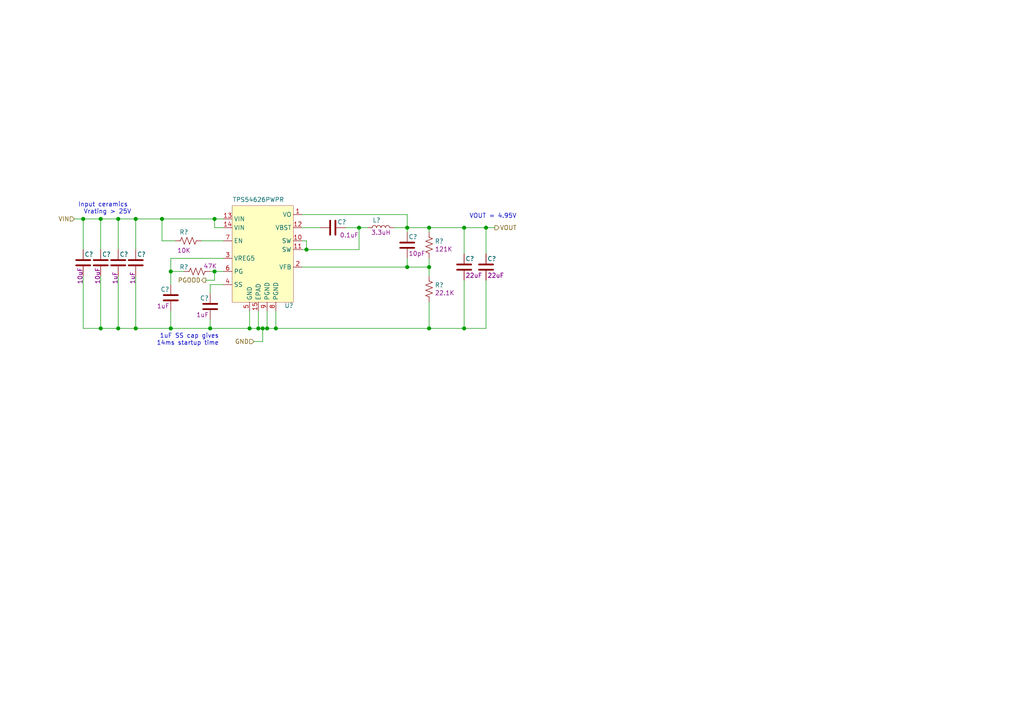
<source format=kicad_sch>
(kicad_sch (version 20210126) (generator eeschema)

  (paper "A4")

  (lib_symbols
    (symbol "mte_usb_hub:C1608X5R1E106M080AC" (pin_numbers hide) (pin_names (offset 0.254)) (in_bom yes) (on_board yes)
      (property "Reference" "C" (id 0) (at 0.635 2.54 0)
        (effects (font (size 1.27 1.27)) (justify left))
      )
      (property "Value" "C1608X5R1E106M080AC" (id 1) (at 0.635 -2.54 0)
        (effects (font (size 1.27 1.27)) (justify left) hide)
      )
      (property "Footprint" "footprints:CAPACITOR_0603N" (id 2) (at 0.9652 -3.81 0)
        (effects (font (size 1.27 1.27)) hide)
      )
      (property "Datasheet" "" (id 3) (at 0 0 0)
        (effects (font (size 1.27 1.27)) hide)
      )
      (property "id" "10uF" (id 4) (at -3.81 2.54 0)
        (effects (font (size 1.27 1.27)))
      )
      (property "ki_keywords" "10uF ±20% 25V Ceramic Capacitor X5R 0603 (1608 Metric)" (id 5) (at 0 0 0)
        (effects (font (size 1.27 1.27)) hide)
      )
      (property "ki_description" "10uF ±20% 25V Ceramic Capacitor X5R 0603 (1608 Metric)" (id 6) (at 0 0 0)
        (effects (font (size 1.27 1.27)) hide)
      )
      (property "ki_fp_filters" "C_*" (id 7) (at 0 0 0)
        (effects (font (size 1.27 1.27)) hide)
      )
      (symbol "C1608X5R1E106M080AC_0_1"
        (polyline
          (pts
            (xy -2.032 -0.762)
            (xy 2.032 -0.762)
          )
          (stroke (width 0.508)) (fill (type none))
        )
        (polyline
          (pts
            (xy -2.032 0.762)
            (xy 2.032 0.762)
          )
          (stroke (width 0.508)) (fill (type none))
        )
      )
      (symbol "C1608X5R1E106M080AC_1_1"
        (pin passive line (at 0 3.81 270) (length 2.794)
          (name "~" (effects (font (size 1.27 1.27))))
          (number "1" (effects (font (size 1.27 1.27))))
        )
        (pin passive line (at 0 -3.81 90) (length 2.794)
          (name "~" (effects (font (size 1.27 1.27))))
          (number "2" (effects (font (size 1.27 1.27))))
        )
      )
    )
    (symbol "mte_usb_hub:CC0402FRNPO9BN100" (pin_numbers hide) (pin_names (offset 0.254)) (in_bom yes) (on_board yes)
      (property "Reference" "C" (id 0) (at 0.635 2.54 0)
        (effects (font (size 1.27 1.27)) (justify left))
      )
      (property "Value" "CC0402FRNPO9BN100" (id 1) (at 0.635 -2.54 0)
        (effects (font (size 1.27 1.27)) (justify left) hide)
      )
      (property "Footprint" "footprints:CAPACITOR_0402N" (id 2) (at 0.9652 -3.81 0)
        (effects (font (size 1.27 1.27)) hide)
      )
      (property "Datasheet" "${MTE_LIB_DIR}/datasheets/UPY-GP_NP0_16V-to-50V_18.pdf" (id 3) (at 0 0 0)
        (effects (font (size 1.27 1.27)) hide)
      )
      (property "id" "10pF" (id 4) (at -3.81 2.54 0)
        (effects (font (size 1.27 1.27)))
      )
      (property "ki_keywords" "10pF ±1% 50V Ceramic Capacitor C0G, NP0 0402 (1005 Metric)" (id 5) (at 0 0 0)
        (effects (font (size 1.27 1.27)) hide)
      )
      (property "ki_description" "10pF ±1% 50V Ceramic Capacitor C0G, NP0 0402 (1005 Metric)" (id 6) (at 0 0 0)
        (effects (font (size 1.27 1.27)) hide)
      )
      (symbol "CC0402FRNPO9BN100_0_1"
        (polyline
          (pts
            (xy -2.032 -0.762)
            (xy 2.032 -0.762)
          )
          (stroke (width 0.508)) (fill (type none))
        )
        (polyline
          (pts
            (xy -2.032 0.762)
            (xy 2.032 0.762)
          )
          (stroke (width 0.508)) (fill (type none))
        )
      )
      (symbol "CC0402FRNPO9BN100_1_1"
        (pin passive line (at 0 3.81 270) (length 2.794)
          (name "~" (effects (font (size 1.27 1.27))))
          (number "1" (effects (font (size 1.27 1.27))))
        )
        (pin passive line (at 0 -3.81 90) (length 2.794)
          (name "~" (effects (font (size 1.27 1.27))))
          (number "2" (effects (font (size 1.27 1.27))))
        )
      )
    )
    (symbol "mte_usb_hub:CC0402KRX5R7BB104" (pin_numbers hide) (pin_names (offset 0.254)) (in_bom yes) (on_board yes)
      (property "Reference" "C" (id 0) (at 0.635 2.54 0)
        (effects (font (size 1.27 1.27)) (justify left))
      )
      (property "Value" "CC0402KRX5R7BB104" (id 1) (at 0.635 -2.54 0)
        (effects (font (size 1.27 1.27)) (justify left) hide)
      )
      (property "Footprint" "footprints:CAPACITOR_0402N" (id 2) (at 0.9652 -3.81 0)
        (effects (font (size 1.27 1.27)) hide)
      )
      (property "Datasheet" "${MTE_LIB_DIR}/datasheets/UPY-GP_NP0_16V-to-50V_18.pdf" (id 3) (at 0 0 0)
        (effects (font (size 1.27 1.27)) hide)
      )
      (property "id" "0.1uF" (id 4) (at -3.81 2.54 0)
        (effects (font (size 1.27 1.27)))
      )
      (property "ki_keywords" "0.1uF ±10% 16V Ceramic Capacitor X5R 0402 (1005 Metric)" (id 5) (at 0 0 0)
        (effects (font (size 1.27 1.27)) hide)
      )
      (property "ki_description" "0.1uF ±10% 16V Ceramic Capacitor X5R 0402 (1005 Metric)" (id 6) (at 0 0 0)
        (effects (font (size 1.27 1.27)) hide)
      )
      (symbol "CC0402KRX5R7BB104_0_1"
        (polyline
          (pts
            (xy -2.032 -0.762)
            (xy 2.032 -0.762)
          )
          (stroke (width 0.508)) (fill (type none))
        )
        (polyline
          (pts
            (xy -2.032 0.762)
            (xy 2.032 0.762)
          )
          (stroke (width 0.508)) (fill (type none))
        )
      )
      (symbol "CC0402KRX5R7BB104_1_1"
        (pin passive line (at 0 3.81 270) (length 2.794)
          (name "~" (effects (font (size 1.27 1.27))))
          (number "1" (effects (font (size 1.27 1.27))))
        )
        (pin passive line (at 0 -3.81 90) (length 2.794)
          (name "~" (effects (font (size 1.27 1.27))))
          (number "2" (effects (font (size 1.27 1.27))))
        )
      )
    )
    (symbol "mte_usb_hub:CC0402KRX5R7BB105" (pin_numbers hide) (pin_names (offset 0.254)) (in_bom yes) (on_board yes)
      (property "Reference" "C" (id 0) (at 0.635 2.54 0)
        (effects (font (size 1.27 1.27)) (justify left))
      )
      (property "Value" "CC0402KRX5R7BB105" (id 1) (at 0.635 -2.54 0)
        (effects (font (size 1.27 1.27)) (justify left) hide)
      )
      (property "Footprint" "footprints:CAPACITOR_0402N" (id 2) (at 0.9652 -3.81 0)
        (effects (font (size 1.27 1.27)) hide)
      )
      (property "Datasheet" "${MTE_LIB_DIR}/datasheets/UPY-GP_NP0_16V-to-50V_18.pdf" (id 3) (at 0 0 0)
        (effects (font (size 1.27 1.27)) hide)
      )
      (property "id" "1uF" (id 4) (at -3.81 2.54 0)
        (effects (font (size 1.27 1.27)))
      )
      (property "ki_keywords" "1uF ±10% 16V Ceramic Capacitor X5R 0402 (1005 Metric)" (id 5) (at 0 0 0)
        (effects (font (size 1.27 1.27)) hide)
      )
      (property "ki_description" "1uF ±10% 16V Ceramic Capacitor X5R 0402 (1005 Metric)" (id 6) (at 0 0 0)
        (effects (font (size 1.27 1.27)) hide)
      )
      (symbol "CC0402KRX5R7BB105_0_1"
        (polyline
          (pts
            (xy -2.032 -0.762)
            (xy 2.032 -0.762)
          )
          (stroke (width 0.508)) (fill (type none))
        )
        (polyline
          (pts
            (xy -2.032 0.762)
            (xy 2.032 0.762)
          )
          (stroke (width 0.508)) (fill (type none))
        )
      )
      (symbol "CC0402KRX5R7BB105_1_1"
        (pin passive line (at 0 3.81 270) (length 2.794)
          (name "~" (effects (font (size 1.27 1.27))))
          (number "1" (effects (font (size 1.27 1.27))))
        )
        (pin passive line (at 0 -3.81 90) (length 2.794)
          (name "~" (effects (font (size 1.27 1.27))))
          (number "2" (effects (font (size 1.27 1.27))))
        )
      )
    )
    (symbol "mte_usb_hub:CC0603KRX5R9BB105" (pin_numbers hide) (pin_names (offset 0.254)) (in_bom yes) (on_board yes)
      (property "Reference" "C" (id 0) (at 0.635 2.54 0)
        (effects (font (size 1.27 1.27)) (justify left))
      )
      (property "Value" "CC0603KRX5R9BB105" (id 1) (at 0.635 -2.54 0)
        (effects (font (size 1.27 1.27)) (justify left) hide)
      )
      (property "Footprint" "footprints:CAPACITOR_0603N" (id 2) (at 0.9652 -3.81 0)
        (effects (font (size 1.27 1.27)) hide)
      )
      (property "Datasheet" "${MTE_LIB_DIR}/datasheets/UPY-GPHC_X5R_4V-to-50V_26.pdf" (id 3) (at 0 0 0)
        (effects (font (size 1.27 1.27)) hide)
      )
      (property "id" "1uF" (id 4) (at -3.81 2.54 0)
        (effects (font (size 1.27 1.27)))
      )
      (property "ki_keywords" "1uF ±10% 50V Ceramic Capacitor X5R 0603 (1608 Metric)" (id 5) (at 0 0 0)
        (effects (font (size 1.27 1.27)) hide)
      )
      (property "ki_description" "1uF ±10% 50V Ceramic Capacitor X5R 0603 (1608 Metric)" (id 6) (at 0 0 0)
        (effects (font (size 1.27 1.27)) hide)
      )
      (property "ki_fp_filters" "C_*" (id 7) (at 0 0 0)
        (effects (font (size 1.27 1.27)) hide)
      )
      (symbol "CC0603KRX5R9BB105_0_1"
        (polyline
          (pts
            (xy -2.032 -0.762)
            (xy 2.032 -0.762)
          )
          (stroke (width 0.508)) (fill (type none))
        )
        (polyline
          (pts
            (xy -2.032 0.762)
            (xy 2.032 0.762)
          )
          (stroke (width 0.508)) (fill (type none))
        )
      )
      (symbol "CC0603KRX5R9BB105_1_1"
        (pin passive line (at 0 3.81 270) (length 2.794)
          (name "~" (effects (font (size 1.27 1.27))))
          (number "1" (effects (font (size 1.27 1.27))))
        )
        (pin passive line (at 0 -3.81 90) (length 2.794)
          (name "~" (effects (font (size 1.27 1.27))))
          (number "2" (effects (font (size 1.27 1.27))))
        )
      )
    )
    (symbol "mte_usb_hub:CL21A226MOCLRNC" (pin_numbers hide) (pin_names (offset 0.254)) (in_bom yes) (on_board yes)
      (property "Reference" "C" (id 0) (at 0.635 2.54 0)
        (effects (font (size 1.27 1.27)) (justify left))
      )
      (property "Value" "CL21A226MOCLRNC" (id 1) (at 0.635 -2.54 0)
        (effects (font (size 1.27 1.27)) (justify left) hide)
      )
      (property "Footprint" "footprints:CAPACITOR_0805N" (id 2) (at 0.9652 -3.81 0)
        (effects (font (size 1.27 1.27)) hide)
      )
      (property "Datasheet" "${MTE_LIB_DIR}/datasheets/CL21A226MOCLRNC_Spec.pdf" (id 3) (at 0 0 0)
        (effects (font (size 1.27 1.27)) hide)
      )
      (property "id" "22uF" (id 4) (at -3.81 2.54 0)
        (effects (font (size 1.27 1.27)))
      )
      (property "ki_keywords" "22uF ±20% 16V Ceramic Capacitor X5R 0805 (2012 Metric)" (id 5) (at 0 0 0)
        (effects (font (size 1.27 1.27)) hide)
      )
      (property "ki_description" "22uF ±20% 16V Ceramic Capacitor X5R 0805 (2012 Metric)" (id 6) (at 0 0 0)
        (effects (font (size 1.27 1.27)) hide)
      )
      (symbol "CL21A226MOCLRNC_0_1"
        (polyline
          (pts
            (xy -2.032 -0.762)
            (xy 2.032 -0.762)
          )
          (stroke (width 0.508)) (fill (type none))
        )
        (polyline
          (pts
            (xy -2.032 0.762)
            (xy 2.032 0.762)
          )
          (stroke (width 0.508)) (fill (type none))
        )
      )
      (symbol "CL21A226MOCLRNC_1_1"
        (pin passive line (at 0 3.81 270) (length 2.794)
          (name "~" (effects (font (size 1.27 1.27))))
          (number "1" (effects (font (size 1.27 1.27))))
        )
        (pin passive line (at 0 -3.81 90) (length 2.794)
          (name "~" (effects (font (size 1.27 1.27))))
          (number "2" (effects (font (size 1.27 1.27))))
        )
      )
    )
    (symbol "mte_usb_hub:PA5007.332NLT" (pin_numbers hide) (pin_names (offset 1.016) hide) (in_bom yes) (on_board yes)
      (property "Reference" "L" (id 0) (at -1.27 -1.27 90)
        (effects (font (size 1.27 1.27)))
      )
      (property "Value" "PA5007.332NLT" (id 1) (at 1.905 0 90)
        (effects (font (size 1.27 1.27)) hide)
      )
      (property "Footprint" "" (id 2) (at 0 0 0)
        (effects (font (size 1.27 1.27)) hide)
      )
      (property "Datasheet" "" (id 3) (at 0 0 0)
        (effects (font (size 1.27 1.27)) hide)
      )
      (property "id" "3.3uH" (id 4) (at 2.54 0 90)
        (effects (font (size 1.27 1.27)))
      )
      (property "manf" "Pulse Electronics Power" (id 5) (at 0 0 0)
        (effects (font (size 1.27 1.27)) hide)
      )
      (property "ki_keywords" "FIXED IND 3.3uH 10A 18MOHM SMD" (id 6) (at 0 0 0)
        (effects (font (size 1.27 1.27)) hide)
      )
      (property "ki_description" "FIXED IND 3.3uH 10A 18MOHM SMD" (id 7) (at 0 0 0)
        (effects (font (size 1.27 1.27)) hide)
      )
      (symbol "PA5007.332NLT_0_1"
        (arc (start 0 -2.54) (end 0 -1.27) (radius (at 0 -1.905) (length 0.635) (angles -89.9 89.9))
          (stroke (width 0)) (fill (type none))
        )
        (arc (start 0 -1.27) (end 0 0) (radius (at 0 -0.635) (length 0.635) (angles -89.9 89.9))
          (stroke (width 0)) (fill (type none))
        )
        (arc (start 0 0) (end 0 1.27) (radius (at 0 0.635) (length 0.635) (angles -89.9 89.9))
          (stroke (width 0)) (fill (type none))
        )
        (arc (start 0 1.27) (end 0 2.54) (radius (at 0 1.905) (length 0.635) (angles -89.9 89.9))
          (stroke (width 0)) (fill (type none))
        )
      )
      (symbol "PA5007.332NLT_1_1"
        (pin passive line (at 0 3.81 270) (length 1.27)
          (name "1" (effects (font (size 1.27 1.27))))
          (number "1" (effects (font (size 1.27 1.27))))
        )
        (pin passive line (at 0 -3.81 90) (length 1.27)
          (name "2" (effects (font (size 1.27 1.27))))
          (number "2" (effects (font (size 1.27 1.27))))
        )
      )
    )
    (symbol "mte_usb_hub:RC0402FR-07121KL" (pin_numbers hide) (pin_names (offset 0)) (in_bom yes) (on_board yes)
      (property "Reference" "R" (id 0) (at 2.54 0 90)
        (effects (font (size 1.27 1.27)))
      )
      (property "Value" "RC0402FR-07121KL" (id 1) (at -2.54 0 90)
        (effects (font (size 1.27 1.27)) hide)
      )
      (property "Footprint" "footprints:RESISTOR_0402N" (id 2) (at 1.016 -0.254 90)
        (effects (font (size 1.27 1.27)) hide)
      )
      (property "Datasheet" "" (id 3) (at 0 0 0)
        (effects (font (size 1.27 1.27)) hide)
      )
      (property "id" "121K" (id 4) (at -2.54 0 90)
        (effects (font (size 1.27 1.27)))
      )
      (property "manf" "Yageo" (id 5) (at 0 0 0)
        (effects (font (size 1.27 1.27)) hide)
      )
      (property "ki_keywords" "121kOhms ±5% 0.063W, 1/16W Chip Resistor 0402 (1005 Metric) Moisture Resistant Thick Film" (id 6) (at 0 0 0)
        (effects (font (size 1.27 1.27)) hide)
      )
      (property "ki_description" "121kOhms ±5% 0.063W, 1/16W Chip Resistor 0402 (1005 Metric) Moisture Resistant Thick Film" (id 7) (at 0 0 0)
        (effects (font (size 1.27 1.27)) hide)
      )
      (property "ki_fp_filters" "R_*" (id 8) (at 0 0 0)
        (effects (font (size 1.27 1.27)) hide)
      )
      (symbol "RC0402FR-07121KL_0_1"
        (polyline
          (pts
            (xy 0 -2.286)
            (xy 0 -2.54)
          )
          (stroke (width 0)) (fill (type none))
        )
        (polyline
          (pts
            (xy 0 2.286)
            (xy 0 2.54)
          )
          (stroke (width 0)) (fill (type none))
        )
        (polyline
          (pts
            (xy 0 -0.762)
            (xy 1.016 -1.143)
            (xy 0 -1.524)
            (xy -1.016 -1.905)
            (xy 0 -2.286)
          )
          (stroke (width 0)) (fill (type none))
        )
        (polyline
          (pts
            (xy 0 0.762)
            (xy 1.016 0.381)
            (xy 0 0)
            (xy -1.016 -0.381)
            (xy 0 -0.762)
          )
          (stroke (width 0)) (fill (type none))
        )
        (polyline
          (pts
            (xy 0 2.286)
            (xy 1.016 1.905)
            (xy 0 1.524)
            (xy -1.016 1.143)
            (xy 0 0.762)
          )
          (stroke (width 0)) (fill (type none))
        )
      )
      (symbol "RC0402FR-07121KL_1_1"
        (pin passive line (at 0 3.81 270) (length 1.27)
          (name "~" (effects (font (size 1.27 1.27))))
          (number "1" (effects (font (size 1.27 1.27))))
        )
        (pin passive line (at 0 -3.81 90) (length 1.27)
          (name "~" (effects (font (size 1.27 1.27))))
          (number "2" (effects (font (size 1.27 1.27))))
        )
      )
    )
    (symbol "mte_usb_hub:RC0402FR-0722K1L" (pin_numbers hide) (pin_names (offset 0)) (in_bom yes) (on_board yes)
      (property "Reference" "R" (id 0) (at 2.54 0 90)
        (effects (font (size 1.27 1.27)))
      )
      (property "Value" "RC0402FR-0722K1L" (id 1) (at -2.54 0 90)
        (effects (font (size 1.27 1.27)) hide)
      )
      (property "Footprint" "footprints:RESISTOR_0402N" (id 2) (at 1.016 -0.254 90)
        (effects (font (size 1.27 1.27)) hide)
      )
      (property "Datasheet" "" (id 3) (at 0 0 0)
        (effects (font (size 1.27 1.27)) hide)
      )
      (property "id" "22.1K" (id 4) (at -2.54 0 90)
        (effects (font (size 1.27 1.27)))
      )
      (property "manf" "Yageo" (id 5) (at 0 0 0)
        (effects (font (size 1.27 1.27)) hide)
      )
      (property "ki_keywords" "22.1kOhms ±5% 0.063W, 1/16W Chip Resistor 0402 (1005 Metric) Moisture Resistant Thick Film" (id 6) (at 0 0 0)
        (effects (font (size 1.27 1.27)) hide)
      )
      (property "ki_description" "22.1kOhms ±5% 0.063W, 1/16W Chip Resistor 0402 (1005 Metric) Moisture Resistant Thick Film" (id 7) (at 0 0 0)
        (effects (font (size 1.27 1.27)) hide)
      )
      (property "ki_fp_filters" "R_*" (id 8) (at 0 0 0)
        (effects (font (size 1.27 1.27)) hide)
      )
      (symbol "RC0402FR-0722K1L_0_1"
        (polyline
          (pts
            (xy 0 -2.286)
            (xy 0 -2.54)
          )
          (stroke (width 0)) (fill (type none))
        )
        (polyline
          (pts
            (xy 0 2.286)
            (xy 0 2.54)
          )
          (stroke (width 0)) (fill (type none))
        )
        (polyline
          (pts
            (xy 0 -0.762)
            (xy 1.016 -1.143)
            (xy 0 -1.524)
            (xy -1.016 -1.905)
            (xy 0 -2.286)
          )
          (stroke (width 0)) (fill (type none))
        )
        (polyline
          (pts
            (xy 0 0.762)
            (xy 1.016 0.381)
            (xy 0 0)
            (xy -1.016 -0.381)
            (xy 0 -0.762)
          )
          (stroke (width 0)) (fill (type none))
        )
        (polyline
          (pts
            (xy 0 2.286)
            (xy 1.016 1.905)
            (xy 0 1.524)
            (xy -1.016 1.143)
            (xy 0 0.762)
          )
          (stroke (width 0)) (fill (type none))
        )
      )
      (symbol "RC0402FR-0722K1L_1_1"
        (pin passive line (at 0 3.81 270) (length 1.27)
          (name "~" (effects (font (size 1.27 1.27))))
          (number "1" (effects (font (size 1.27 1.27))))
        )
        (pin passive line (at 0 -3.81 90) (length 1.27)
          (name "~" (effects (font (size 1.27 1.27))))
          (number "2" (effects (font (size 1.27 1.27))))
        )
      )
    )
    (symbol "mte_usb_hub:RC0402JR-0710KL" (pin_numbers hide) (pin_names (offset 0)) (in_bom yes) (on_board yes)
      (property "Reference" "R" (id 0) (at 2.54 0 90)
        (effects (font (size 1.27 1.27)))
      )
      (property "Value" "RC0402JR-0710KL" (id 1) (at -2.54 0 90)
        (effects (font (size 1.27 1.27)) hide)
      )
      (property "Footprint" "footprints:RESISTOR_0402N" (id 2) (at 1.016 -0.254 90)
        (effects (font (size 1.27 1.27)) hide)
      )
      (property "Datasheet" "${MTE_LIB_DIR}/datasheets/PYu-RC_Group_51_RoHS_L_11.pdf" (id 3) (at 0 0 0)
        (effects (font (size 1.27 1.27)) hide)
      )
      (property "id" "10K" (id 4) (at -2.54 0 90)
        (effects (font (size 1.27 1.27)))
      )
      (property "manf" "Yageo" (id 5) (at 0 0 0)
        (effects (font (size 1.27 1.27)) hide)
      )
      (property "ki_keywords" "10kOhms ±5% 0.063W, 1/16W Chip Resistor 0402 (1005 Metric) Moisture Resistant Thick Film" (id 6) (at 0 0 0)
        (effects (font (size 1.27 1.27)) hide)
      )
      (property "ki_description" "10kOhms ±5% 0.063W, 1/16W Chip Resistor 0402 (1005 Metric) Moisture Resistant Thick Film" (id 7) (at 0 0 0)
        (effects (font (size 1.27 1.27)) hide)
      )
      (property "ki_fp_filters" "R_*" (id 8) (at 0 0 0)
        (effects (font (size 1.27 1.27)) hide)
      )
      (symbol "RC0402JR-0710KL_0_1"
        (polyline
          (pts
            (xy 0 -2.286)
            (xy 0 -2.54)
          )
          (stroke (width 0)) (fill (type none))
        )
        (polyline
          (pts
            (xy 0 2.286)
            (xy 0 2.54)
          )
          (stroke (width 0)) (fill (type none))
        )
        (polyline
          (pts
            (xy 0 -0.762)
            (xy 1.016 -1.143)
            (xy 0 -1.524)
            (xy -1.016 -1.905)
            (xy 0 -2.286)
          )
          (stroke (width 0)) (fill (type none))
        )
        (polyline
          (pts
            (xy 0 0.762)
            (xy 1.016 0.381)
            (xy 0 0)
            (xy -1.016 -0.381)
            (xy 0 -0.762)
          )
          (stroke (width 0)) (fill (type none))
        )
        (polyline
          (pts
            (xy 0 2.286)
            (xy 1.016 1.905)
            (xy 0 1.524)
            (xy -1.016 1.143)
            (xy 0 0.762)
          )
          (stroke (width 0)) (fill (type none))
        )
      )
      (symbol "RC0402JR-0710KL_1_1"
        (pin passive line (at 0 3.81 270) (length 1.27)
          (name "~" (effects (font (size 1.27 1.27))))
          (number "1" (effects (font (size 1.27 1.27))))
        )
        (pin passive line (at 0 -3.81 90) (length 1.27)
          (name "~" (effects (font (size 1.27 1.27))))
          (number "2" (effects (font (size 1.27 1.27))))
        )
      )
    )
    (symbol "mte_usb_hub:RC0402JR-0747KL" (pin_numbers hide) (pin_names (offset 0)) (in_bom yes) (on_board yes)
      (property "Reference" "R" (id 0) (at 2.54 0 90)
        (effects (font (size 1.27 1.27)))
      )
      (property "Value" "RC0402JR-0747KL" (id 1) (at -2.54 0 90)
        (effects (font (size 1.27 1.27)) hide)
      )
      (property "Footprint" "footprints:RESISTOR_0402N" (id 2) (at 1.016 -0.254 90)
        (effects (font (size 1.27 1.27)) hide)
      )
      (property "Datasheet" "${MTE_LIB_DIR}/datasheets/PYu-RC_Group_51_RoHS_L_11.pdf" (id 3) (at 0 0 0)
        (effects (font (size 1.27 1.27)) hide)
      )
      (property "id" "47K" (id 4) (at -2.54 0 90)
        (effects (font (size 1.27 1.27)))
      )
      (property "manf" "Yageo" (id 5) (at 0 0 0)
        (effects (font (size 1.27 1.27)) hide)
      )
      (property "ki_keywords" "47kOhms ±5% 0.063W, 1/16W Chip Resistor 0402 (1005 Metric) Moisture Resistant Thick Film" (id 6) (at 0 0 0)
        (effects (font (size 1.27 1.27)) hide)
      )
      (property "ki_description" "47kOhms ±5% 0.063W, 1/16W Chip Resistor 0402 (1005 Metric) Moisture Resistant Thick Film" (id 7) (at 0 0 0)
        (effects (font (size 1.27 1.27)) hide)
      )
      (symbol "RC0402JR-0747KL_0_1"
        (polyline
          (pts
            (xy 0 -2.286)
            (xy 0 -2.54)
          )
          (stroke (width 0)) (fill (type none))
        )
        (polyline
          (pts
            (xy 0 2.286)
            (xy 0 2.54)
          )
          (stroke (width 0)) (fill (type none))
        )
        (polyline
          (pts
            (xy 0 -0.762)
            (xy 1.016 -1.143)
            (xy 0 -1.524)
            (xy -1.016 -1.905)
            (xy 0 -2.286)
          )
          (stroke (width 0)) (fill (type none))
        )
        (polyline
          (pts
            (xy 0 0.762)
            (xy 1.016 0.381)
            (xy 0 0)
            (xy -1.016 -0.381)
            (xy 0 -0.762)
          )
          (stroke (width 0)) (fill (type none))
        )
        (polyline
          (pts
            (xy 0 2.286)
            (xy 1.016 1.905)
            (xy 0 1.524)
            (xy -1.016 1.143)
            (xy 0 0.762)
          )
          (stroke (width 0)) (fill (type none))
        )
      )
      (symbol "RC0402JR-0747KL_1_1"
        (pin passive line (at 0 3.81 270) (length 1.27)
          (name "~" (effects (font (size 1.27 1.27))))
          (number "1" (effects (font (size 1.27 1.27))))
        )
        (pin passive line (at 0 -3.81 90) (length 1.27)
          (name "~" (effects (font (size 1.27 1.27))))
          (number "2" (effects (font (size 1.27 1.27))))
        )
      )
    )
    (symbol "mte_usb_hub:TPS54626PWPR" (in_bom yes) (on_board yes)
      (property "Reference" "U" (id 0) (at -1.27 0 0)
        (effects (font (size 1.27 1.27)))
      )
      (property "Value" "TPS54626PWPR" (id 1) (at 0 0 0)
        (effects (font (size 1.27 1.27)))
      )
      (property "Footprint" "" (id 2) (at -1.27 0 0)
        (effects (font (size 1.27 1.27)) hide)
      )
      (property "Datasheet" "" (id 3) (at -1.27 0 0)
        (effects (font (size 1.27 1.27)) hide)
      )
      (symbol "TPS54626PWPR_0_1"
        (rectangle (start -8.89 12.7) (end 8.89 -15.24)
          (stroke (width 0.001)) (fill (type background))
        )
      )
      (symbol "TPS54626PWPR_1_1"
        (pin passive line (at 11.43 10.16 180) (length 2.54)
          (name "VO" (effects (font (size 1.27 1.27))))
          (number "1" (effects (font (size 1.27 1.27))))
        )
        (pin input line (at 11.43 -5.08 180) (length 2.54)
          (name "VFB" (effects (font (size 1.27 1.27))))
          (number "2" (effects (font (size 1.27 1.27))))
        )
        (pin power_out line (at -11.43 -2.54 0) (length 2.54)
          (name "VREG5" (effects (font (size 1.27 1.27))))
          (number "3" (effects (font (size 1.27 1.27))))
        )
        (pin input line (at -11.43 -10.16 0) (length 2.54)
          (name "SS" (effects (font (size 1.27 1.27))))
          (number "4" (effects (font (size 1.27 1.27))))
        )
        (pin power_in line (at -3.81 -17.78 90) (length 2.54)
          (name "GND" (effects (font (size 1.27 1.27))))
          (number "5" (effects (font (size 1.27 1.27))))
        )
        (pin output line (at -11.43 -6.35 0) (length 2.54)
          (name "PG" (effects (font (size 1.27 1.27))))
          (number "6" (effects (font (size 1.27 1.27))))
        )
        (pin input line (at -11.43 2.54 0) (length 2.54)
          (name "EN" (effects (font (size 1.27 1.27))))
          (number "7" (effects (font (size 1.27 1.27))))
        )
        (pin power_in line (at 3.81 -17.78 90) (length 2.54)
          (name "PGND" (effects (font (size 1.27 1.27))))
          (number "8" (effects (font (size 1.27 1.27))))
        )
        (pin power_in line (at 1.27 -17.78 90) (length 2.54)
          (name "PGND" (effects (font (size 1.27 1.27))))
          (number "9" (effects (font (size 1.27 1.27))))
        )
        (pin power_out line (at 11.43 2.54 180) (length 2.54)
          (name "SW" (effects (font (size 1.27 1.27))))
          (number "10" (effects (font (size 1.27 1.27))))
        )
        (pin passive line (at 11.43 0 180) (length 2.54)
          (name "SW" (effects (font (size 1.27 1.27))))
          (number "11" (effects (font (size 1.27 1.27))))
        )
        (pin input line (at 11.43 6.35 180) (length 2.54)
          (name "VBST" (effects (font (size 1.27 1.27))))
          (number "12" (effects (font (size 1.27 1.27))))
        )
        (pin power_in line (at -11.43 8.89 0) (length 2.54)
          (name "VIN" (effects (font (size 1.27 1.27))))
          (number "13" (effects (font (size 1.27 1.27))))
        )
        (pin power_in line (at -11.43 6.35 0) (length 2.54)
          (name "VIN" (effects (font (size 1.27 1.27))))
          (number "14" (effects (font (size 1.27 1.27))))
        )
        (pin power_in line (at -1.27 -17.78 90) (length 2.54)
          (name "EPAD" (effects (font (size 1.27 1.27))))
          (number "15" (effects (font (size 1.27 1.27))))
        )
      )
    )
  )

  (junction (at 24.13 63.5) (diameter 1.016) (color 0 0 0 0))
  (junction (at 29.21 63.5) (diameter 1.016) (color 0 0 0 0))
  (junction (at 29.21 95.25) (diameter 1.016) (color 0 0 0 0))
  (junction (at 34.29 63.5) (diameter 1.016) (color 0 0 0 0))
  (junction (at 34.29 95.25) (diameter 1.016) (color 0 0 0 0))
  (junction (at 39.37 63.5) (diameter 1.016) (color 0 0 0 0))
  (junction (at 39.37 95.25) (diameter 1.016) (color 0 0 0 0))
  (junction (at 46.99 63.5) (diameter 1.016) (color 0 0 0 0))
  (junction (at 49.53 78.74) (diameter 1.016) (color 0 0 0 0))
  (junction (at 49.53 95.25) (diameter 1.016) (color 0 0 0 0))
  (junction (at 60.96 95.25) (diameter 1.016) (color 0 0 0 0))
  (junction (at 62.23 63.5) (diameter 1.016) (color 0 0 0 0))
  (junction (at 62.23 78.74) (diameter 1.016) (color 0 0 0 0))
  (junction (at 72.39 95.25) (diameter 1.016) (color 0 0 0 0))
  (junction (at 74.93 95.25) (diameter 1.016) (color 0 0 0 0))
  (junction (at 76.2 95.25) (diameter 1.016) (color 0 0 0 0))
  (junction (at 77.47 95.25) (diameter 1.016) (color 0 0 0 0))
  (junction (at 80.01 95.25) (diameter 1.016) (color 0 0 0 0))
  (junction (at 88.9 72.39) (diameter 1.016) (color 0 0 0 0))
  (junction (at 104.14 66.04) (diameter 1.016) (color 0 0 0 0))
  (junction (at 118.11 66.04) (diameter 1.016) (color 0 0 0 0))
  (junction (at 118.11 77.47) (diameter 1.016) (color 0 0 0 0))
  (junction (at 124.46 66.04) (diameter 1.016) (color 0 0 0 0))
  (junction (at 124.46 77.47) (diameter 1.016) (color 0 0 0 0))
  (junction (at 124.46 95.25) (diameter 1.016) (color 0 0 0 0))
  (junction (at 134.62 66.04) (diameter 1.016) (color 0 0 0 0))
  (junction (at 134.62 95.25) (diameter 1.016) (color 0 0 0 0))
  (junction (at 140.97 66.04) (diameter 1.016) (color 0 0 0 0))

  (wire (pts (xy 21.59 63.5) (xy 24.13 63.5))
    (stroke (width 0) (type solid) (color 0 0 0 0))
    (uuid bf8d54d5-27a0-41d4-bdce-47c5a3f49396)
  )
  (wire (pts (xy 24.13 63.5) (xy 29.21 63.5))
    (stroke (width 0) (type solid) (color 0 0 0 0))
    (uuid 9a90185b-4aa3-4e72-a1ab-c988a875b85c)
  )
  (wire (pts (xy 24.13 72.39) (xy 24.13 63.5))
    (stroke (width 0) (type solid) (color 0 0 0 0))
    (uuid 84148c26-5077-4886-bf28-12b3af72401b)
  )
  (wire (pts (xy 24.13 80.01) (xy 24.13 95.25))
    (stroke (width 0) (type solid) (color 0 0 0 0))
    (uuid 7e982cd1-7e16-4e6b-9b98-d7e1de94e2cb)
  )
  (wire (pts (xy 24.13 95.25) (xy 29.21 95.25))
    (stroke (width 0) (type solid) (color 0 0 0 0))
    (uuid 30b49152-7bd2-4a23-b0f2-2b9d8739a0a9)
  )
  (wire (pts (xy 29.21 63.5) (xy 34.29 63.5))
    (stroke (width 0) (type solid) (color 0 0 0 0))
    (uuid 4664407b-8ea8-462c-97b2-bf35c170cdc3)
  )
  (wire (pts (xy 29.21 72.39) (xy 29.21 63.5))
    (stroke (width 0) (type solid) (color 0 0 0 0))
    (uuid ac855fcd-3933-4b27-93ed-7deac5064442)
  )
  (wire (pts (xy 29.21 80.01) (xy 29.21 95.25))
    (stroke (width 0) (type solid) (color 0 0 0 0))
    (uuid 71e50371-2875-4c2d-b5a5-dd0cefae7614)
  )
  (wire (pts (xy 29.21 95.25) (xy 34.29 95.25))
    (stroke (width 0) (type solid) (color 0 0 0 0))
    (uuid 71e50371-2875-4c2d-b5a5-dd0cefae7614)
  )
  (wire (pts (xy 34.29 63.5) (xy 34.29 72.39))
    (stroke (width 0) (type solid) (color 0 0 0 0))
    (uuid 728a8fae-d6ae-43af-82e1-5b6d1b4e9c79)
  )
  (wire (pts (xy 34.29 63.5) (xy 39.37 63.5))
    (stroke (width 0) (type solid) (color 0 0 0 0))
    (uuid 4664407b-8ea8-462c-97b2-bf35c170cdc3)
  )
  (wire (pts (xy 34.29 80.01) (xy 34.29 95.25))
    (stroke (width 0) (type solid) (color 0 0 0 0))
    (uuid b06a5b67-544e-4adf-942d-fa6e4745d8de)
  )
  (wire (pts (xy 34.29 95.25) (xy 39.37 95.25))
    (stroke (width 0) (type solid) (color 0 0 0 0))
    (uuid 71e50371-2875-4c2d-b5a5-dd0cefae7614)
  )
  (wire (pts (xy 39.37 63.5) (xy 39.37 72.39))
    (stroke (width 0) (type solid) (color 0 0 0 0))
    (uuid bed50f01-babe-4e54-afbb-321ba1301516)
  )
  (wire (pts (xy 39.37 63.5) (xy 46.99 63.5))
    (stroke (width 0) (type solid) (color 0 0 0 0))
    (uuid b3dd71f3-e667-4a31-98d2-51d5dcb82534)
  )
  (wire (pts (xy 39.37 80.01) (xy 39.37 95.25))
    (stroke (width 0) (type solid) (color 0 0 0 0))
    (uuid edc2a936-407c-4ee3-acb3-e8171742480c)
  )
  (wire (pts (xy 39.37 95.25) (xy 49.53 95.25))
    (stroke (width 0) (type solid) (color 0 0 0 0))
    (uuid 7562d027-75c6-4f11-8c8c-56d539b448fc)
  )
  (wire (pts (xy 46.99 63.5) (xy 46.99 69.85))
    (stroke (width 0) (type solid) (color 0 0 0 0))
    (uuid d0d0cadc-17e2-4593-b68e-34c4d540e5ba)
  )
  (wire (pts (xy 46.99 63.5) (xy 62.23 63.5))
    (stroke (width 0) (type solid) (color 0 0 0 0))
    (uuid 4664407b-8ea8-462c-97b2-bf35c170cdc3)
  )
  (wire (pts (xy 49.53 74.93) (xy 64.77 74.93))
    (stroke (width 0) (type solid) (color 0 0 0 0))
    (uuid a2f35be7-3323-4d19-a90f-15996c2b0fc7)
  )
  (wire (pts (xy 49.53 78.74) (xy 49.53 74.93))
    (stroke (width 0) (type solid) (color 0 0 0 0))
    (uuid a2f35be7-3323-4d19-a90f-15996c2b0fc7)
  )
  (wire (pts (xy 49.53 78.74) (xy 53.34 78.74))
    (stroke (width 0) (type solid) (color 0 0 0 0))
    (uuid 82774a69-5b5d-4088-bc70-5d0a4276fad7)
  )
  (wire (pts (xy 49.53 82.55) (xy 49.53 78.74))
    (stroke (width 0) (type solid) (color 0 0 0 0))
    (uuid a2f35be7-3323-4d19-a90f-15996c2b0fc7)
  )
  (wire (pts (xy 49.53 95.25) (xy 49.53 90.17))
    (stroke (width 0) (type solid) (color 0 0 0 0))
    (uuid fe038bdf-9287-49ef-b775-cd7edbfbc8c2)
  )
  (wire (pts (xy 49.53 95.25) (xy 60.96 95.25))
    (stroke (width 0) (type solid) (color 0 0 0 0))
    (uuid fe038bdf-9287-49ef-b775-cd7edbfbc8c2)
  )
  (wire (pts (xy 50.8 69.85) (xy 46.99 69.85))
    (stroke (width 0) (type solid) (color 0 0 0 0))
    (uuid d0d0cadc-17e2-4593-b68e-34c4d540e5ba)
  )
  (wire (pts (xy 58.42 69.85) (xy 64.77 69.85))
    (stroke (width 0) (type solid) (color 0 0 0 0))
    (uuid 4d3362de-53b1-46ca-a4b7-bc5100ab08f1)
  )
  (wire (pts (xy 59.69 81.28) (xy 62.23 81.28))
    (stroke (width 0) (type solid) (color 0 0 0 0))
    (uuid b7702122-e690-4203-8737-981a0d072040)
  )
  (wire (pts (xy 60.96 78.74) (xy 62.23 78.74))
    (stroke (width 0) (type solid) (color 0 0 0 0))
    (uuid 9f26f8a9-b338-4f12-a7e9-8f7329afbb5f)
  )
  (wire (pts (xy 60.96 82.55) (xy 64.77 82.55))
    (stroke (width 0) (type solid) (color 0 0 0 0))
    (uuid 1da27314-3875-4633-9669-91d458904a1a)
  )
  (wire (pts (xy 60.96 85.09) (xy 60.96 82.55))
    (stroke (width 0) (type solid) (color 0 0 0 0))
    (uuid 1da27314-3875-4633-9669-91d458904a1a)
  )
  (wire (pts (xy 60.96 92.71) (xy 60.96 95.25))
    (stroke (width 0) (type solid) (color 0 0 0 0))
    (uuid e75f8278-c8e0-4d02-8e4e-a230a775d40e)
  )
  (wire (pts (xy 60.96 95.25) (xy 72.39 95.25))
    (stroke (width 0) (type solid) (color 0 0 0 0))
    (uuid fe038bdf-9287-49ef-b775-cd7edbfbc8c2)
  )
  (wire (pts (xy 62.23 63.5) (xy 64.77 63.5))
    (stroke (width 0) (type solid) (color 0 0 0 0))
    (uuid 6bb8bd56-6197-4786-bb79-2e840af57c6c)
  )
  (wire (pts (xy 62.23 66.04) (xy 62.23 63.5))
    (stroke (width 0) (type solid) (color 0 0 0 0))
    (uuid 6bb8bd56-6197-4786-bb79-2e840af57c6c)
  )
  (wire (pts (xy 62.23 78.74) (xy 64.77 78.74))
    (stroke (width 0) (type solid) (color 0 0 0 0))
    (uuid 9f26f8a9-b338-4f12-a7e9-8f7329afbb5f)
  )
  (wire (pts (xy 62.23 81.28) (xy 62.23 78.74))
    (stroke (width 0) (type solid) (color 0 0 0 0))
    (uuid b7702122-e690-4203-8737-981a0d072040)
  )
  (wire (pts (xy 64.77 66.04) (xy 62.23 66.04))
    (stroke (width 0) (type solid) (color 0 0 0 0))
    (uuid 6bb8bd56-6197-4786-bb79-2e840af57c6c)
  )
  (wire (pts (xy 72.39 90.17) (xy 72.39 95.25))
    (stroke (width 0) (type solid) (color 0 0 0 0))
    (uuid 15747720-b85f-418f-8c31-21a8c4358a64)
  )
  (wire (pts (xy 72.39 95.25) (xy 74.93 95.25))
    (stroke (width 0) (type solid) (color 0 0 0 0))
    (uuid fe038bdf-9287-49ef-b775-cd7edbfbc8c2)
  )
  (wire (pts (xy 73.66 99.06) (xy 76.2 99.06))
    (stroke (width 0) (type solid) (color 0 0 0 0))
    (uuid 2e58fde0-859a-4c65-a44a-8c88c708c626)
  )
  (wire (pts (xy 74.93 90.17) (xy 74.93 95.25))
    (stroke (width 0) (type solid) (color 0 0 0 0))
    (uuid 6eabe503-3d03-440d-aa24-60f4433de62c)
  )
  (wire (pts (xy 74.93 95.25) (xy 76.2 95.25))
    (stroke (width 0) (type solid) (color 0 0 0 0))
    (uuid fe038bdf-9287-49ef-b775-cd7edbfbc8c2)
  )
  (wire (pts (xy 76.2 95.25) (xy 76.2 99.06))
    (stroke (width 0) (type solid) (color 0 0 0 0))
    (uuid a0c47acf-30a5-43c3-b246-56a05ca69e0e)
  )
  (wire (pts (xy 76.2 95.25) (xy 77.47 95.25))
    (stroke (width 0) (type solid) (color 0 0 0 0))
    (uuid fe038bdf-9287-49ef-b775-cd7edbfbc8c2)
  )
  (wire (pts (xy 77.47 90.17) (xy 77.47 95.25))
    (stroke (width 0) (type solid) (color 0 0 0 0))
    (uuid e52780dd-2f0e-44ea-ad99-150b38ae1ba1)
  )
  (wire (pts (xy 80.01 90.17) (xy 80.01 95.25))
    (stroke (width 0) (type solid) (color 0 0 0 0))
    (uuid bcf49262-779e-4881-980c-b2e2542e0fc2)
  )
  (wire (pts (xy 80.01 95.25) (xy 77.47 95.25))
    (stroke (width 0) (type solid) (color 0 0 0 0))
    (uuid a8f50bee-d8fe-4ccb-93a3-2af0fba27892)
  )
  (wire (pts (xy 87.63 62.23) (xy 118.11 62.23))
    (stroke (width 0) (type solid) (color 0 0 0 0))
    (uuid 41e00add-c0ef-4549-82a5-9f94c82df906)
  )
  (wire (pts (xy 87.63 66.04) (xy 92.71 66.04))
    (stroke (width 0) (type solid) (color 0 0 0 0))
    (uuid 596594e0-09c7-4688-8c77-4e06a5ff884b)
  )
  (wire (pts (xy 87.63 69.85) (xy 88.9 69.85))
    (stroke (width 0) (type solid) (color 0 0 0 0))
    (uuid 4ca83df3-fc5b-4afb-bb9c-5dc2c2e9608c)
  )
  (wire (pts (xy 87.63 72.39) (xy 88.9 72.39))
    (stroke (width 0) (type solid) (color 0 0 0 0))
    (uuid 91545fef-db86-452b-ae03-62521db68674)
  )
  (wire (pts (xy 87.63 77.47) (xy 118.11 77.47))
    (stroke (width 0) (type solid) (color 0 0 0 0))
    (uuid 3bed75b8-d084-4683-a3fd-427077da3692)
  )
  (wire (pts (xy 88.9 69.85) (xy 88.9 72.39))
    (stroke (width 0) (type solid) (color 0 0 0 0))
    (uuid 4ca83df3-fc5b-4afb-bb9c-5dc2c2e9608c)
  )
  (wire (pts (xy 88.9 72.39) (xy 104.14 72.39))
    (stroke (width 0) (type solid) (color 0 0 0 0))
    (uuid 91545fef-db86-452b-ae03-62521db68674)
  )
  (wire (pts (xy 104.14 66.04) (xy 100.33 66.04))
    (stroke (width 0) (type solid) (color 0 0 0 0))
    (uuid fe8eb995-ec6f-4a10-ace4-05e697d1580a)
  )
  (wire (pts (xy 104.14 66.04) (xy 104.14 72.39))
    (stroke (width 0) (type solid) (color 0 0 0 0))
    (uuid 91545fef-db86-452b-ae03-62521db68674)
  )
  (wire (pts (xy 104.14 66.04) (xy 106.68 66.04))
    (stroke (width 0) (type solid) (color 0 0 0 0))
    (uuid b8a7ab91-a588-447e-bb6c-7cb262aedb33)
  )
  (wire (pts (xy 118.11 62.23) (xy 118.11 66.04))
    (stroke (width 0) (type solid) (color 0 0 0 0))
    (uuid 41e00add-c0ef-4549-82a5-9f94c82df906)
  )
  (wire (pts (xy 118.11 66.04) (xy 114.3 66.04))
    (stroke (width 0) (type solid) (color 0 0 0 0))
    (uuid 196c7b67-e17e-4996-8bbe-6f9c31fcef09)
  )
  (wire (pts (xy 118.11 67.31) (xy 118.11 66.04))
    (stroke (width 0) (type solid) (color 0 0 0 0))
    (uuid 196c7b67-e17e-4996-8bbe-6f9c31fcef09)
  )
  (wire (pts (xy 118.11 74.93) (xy 118.11 77.47))
    (stroke (width 0) (type solid) (color 0 0 0 0))
    (uuid c09be1e2-7401-42f9-9350-1ab99e1ce235)
  )
  (wire (pts (xy 118.11 77.47) (xy 124.46 77.47))
    (stroke (width 0) (type solid) (color 0 0 0 0))
    (uuid 3bed75b8-d084-4683-a3fd-427077da3692)
  )
  (wire (pts (xy 124.46 66.04) (xy 118.11 66.04))
    (stroke (width 0) (type solid) (color 0 0 0 0))
    (uuid 2938f939-1b47-4252-af2b-a64e67611a04)
  )
  (wire (pts (xy 124.46 67.31) (xy 124.46 66.04))
    (stroke (width 0) (type solid) (color 0 0 0 0))
    (uuid 2938f939-1b47-4252-af2b-a64e67611a04)
  )
  (wire (pts (xy 124.46 74.93) (xy 124.46 77.47))
    (stroke (width 0) (type solid) (color 0 0 0 0))
    (uuid 6df9662b-f187-42f5-a368-d47ff49ea0ec)
  )
  (wire (pts (xy 124.46 77.47) (xy 124.46 80.01))
    (stroke (width 0) (type solid) (color 0 0 0 0))
    (uuid d6577a29-f1f8-49cf-95d0-2389eef1f9e1)
  )
  (wire (pts (xy 124.46 87.63) (xy 124.46 95.25))
    (stroke (width 0) (type solid) (color 0 0 0 0))
    (uuid 945dd077-bc70-4177-983e-03a47254a18d)
  )
  (wire (pts (xy 124.46 95.25) (xy 80.01 95.25))
    (stroke (width 0) (type solid) (color 0 0 0 0))
    (uuid 945dd077-bc70-4177-983e-03a47254a18d)
  )
  (wire (pts (xy 134.62 66.04) (xy 124.46 66.04))
    (stroke (width 0) (type solid) (color 0 0 0 0))
    (uuid 19ba3997-df4b-4d1e-b491-c193484a1210)
  )
  (wire (pts (xy 134.62 73.66) (xy 134.62 66.04))
    (stroke (width 0) (type solid) (color 0 0 0 0))
    (uuid 19ba3997-df4b-4d1e-b491-c193484a1210)
  )
  (wire (pts (xy 134.62 81.28) (xy 134.62 95.25))
    (stroke (width 0) (type solid) (color 0 0 0 0))
    (uuid 67dbd9d1-d524-4f30-bc54-a4aa305eb482)
  )
  (wire (pts (xy 134.62 95.25) (xy 124.46 95.25))
    (stroke (width 0) (type solid) (color 0 0 0 0))
    (uuid 67dbd9d1-d524-4f30-bc54-a4aa305eb482)
  )
  (wire (pts (xy 140.97 66.04) (xy 134.62 66.04))
    (stroke (width 0) (type solid) (color 0 0 0 0))
    (uuid 8b43187b-3ad5-4c1d-ab1b-cc65f95d71a7)
  )
  (wire (pts (xy 140.97 66.04) (xy 143.51 66.04))
    (stroke (width 0) (type solid) (color 0 0 0 0))
    (uuid 24fcbed3-ec3f-466d-b6ac-887db3ceb9c4)
  )
  (wire (pts (xy 140.97 73.66) (xy 140.97 66.04))
    (stroke (width 0) (type solid) (color 0 0 0 0))
    (uuid 8b43187b-3ad5-4c1d-ab1b-cc65f95d71a7)
  )
  (wire (pts (xy 140.97 81.28) (xy 140.97 95.25))
    (stroke (width 0) (type solid) (color 0 0 0 0))
    (uuid 8ce241bc-b5bc-47b8-8267-42366b08f31e)
  )
  (wire (pts (xy 140.97 95.25) (xy 134.62 95.25))
    (stroke (width 0) (type solid) (color 0 0 0 0))
    (uuid 8ce241bc-b5bc-47b8-8267-42366b08f31e)
  )

  (text "Input ceramics \nVrating > 25V" (at 38.1 62.23 180)
    (effects (font (size 1.27 1.27)) (justify right bottom))
    (uuid 9f7974ee-9065-4b20-9e51-593a0397c4ec)
  )
  (text "1uF SS cap gives\n14ms startup time" (at 63.5 100.33 180)
    (effects (font (size 1.27 1.27)) (justify right bottom))
    (uuid 8cd335ba-7207-4f0b-83bd-5ee9dc64dc52)
  )
  (text "VOUT = 4.95V" (at 149.86 63.5 180)
    (effects (font (size 1.27 1.27)) (justify right bottom))
    (uuid a84f3bad-3c1f-4408-aaa3-bd014e611de0)
  )

  (hierarchical_label "VIN" (shape input) (at 21.59 63.5 180)
    (effects (font (size 1.27 1.27)) (justify right))
    (uuid e586ca52-3c26-4ec1-8afb-ab6b4f7bc3d6)
  )
  (hierarchical_label "PGOOD" (shape output) (at 59.69 81.28 180)
    (effects (font (size 1.27 1.27)) (justify right))
    (uuid ded0adfd-171b-4a20-a2fd-b507caf04f59)
  )
  (hierarchical_label "GND" (shape input) (at 73.66 99.06 180)
    (effects (font (size 1.27 1.27)) (justify right))
    (uuid 2f135fd9-14bb-4fc3-a6ff-9d9c1e6fdf4a)
  )
  (hierarchical_label "VOUT" (shape output) (at 143.51 66.04 0)
    (effects (font (size 1.27 1.27)) (justify left))
    (uuid f1958eb7-9055-4a7e-913d-309e781df724)
  )

  (symbol (lib_id "mte_usb_hub:PA5007.332NLT") (at 110.49 66.04 90)
    (in_bom yes) (on_board yes)
    (uuid b0393077-75ac-4e84-9e55-8d8992b7e3ab)
    (property "Reference" "L?" (id 0) (at 109.22 63.8618 90))
    (property "Value" "PA5007.332NLT" (id 1) (at 110.49 64.135 90)
      (effects (font (size 1.27 1.27)) hide)
    )
    (property "Footprint" "" (id 2) (at 110.49 66.04 0)
      (effects (font (size 1.27 1.27)) hide)
    )
    (property "Datasheet" "" (id 3) (at 110.49 66.04 0)
      (effects (font (size 1.27 1.27)) hide)
    )
    (property "id" "3.3uH" (id 4) (at 110.49 67.4305 90))
    (property "manf" "Pulse Electronics Power" (id 5) (at 110.49 66.04 0)
      (effects (font (size 1.27 1.27)) hide)
    )
    (pin "1" (uuid 7ae63025-d171-414c-81b3-d70dba124209))
    (pin "2" (uuid fbb14bfc-6f27-4e6d-a34a-0729c9a0a1a0))
  )

  (symbol (lib_id "mte_usb_hub:RC0402JR-0710KL") (at 54.61 69.85 270)
    (in_bom yes) (on_board yes)
    (uuid cd002cce-a4e9-47a9-99fd-814d833f0bc1)
    (property "Reference" "R?" (id 0) (at 53.34 67.3292 90))
    (property "Value" "RC0402JR-0710KL" (id 1) (at 54.61 67.31 90)
      (effects (font (size 1.27 1.27)) hide)
    )
    (property "Footprint" "footprints:RESISTOR_0402N" (id 2) (at 54.356 70.866 90)
      (effects (font (size 1.27 1.27)) hide)
    )
    (property "Datasheet" "${MTE_LIB_DIR}/datasheets/PYu-RC_Group_51_RoHS_L_11.pdf" (id 3) (at 54.61 69.85 0)
      (effects (font (size 1.27 1.27)) hide)
    )
    (property "id" "10K" (id 4) (at 53.34 72.6505 90))
    (property "manf" "Yageo" (id 5) (at 54.61 69.85 0)
      (effects (font (size 1.27 1.27)) hide)
    )
    (pin "1" (uuid 4f91c93b-4426-4f2e-ad7d-7b2043e85eb5))
    (pin "2" (uuid c5c3029c-5ce2-48a9-858a-076019e035e6))
  )

  (symbol (lib_id "mte_usb_hub:RC0402JR-0747KL") (at 57.15 78.74 90)
    (in_bom yes) (on_board yes)
    (uuid e1bf185a-7051-4da8-b1c5-4800af63e522)
    (property "Reference" "R?" (id 0) (at 53.34 77.4508 90))
    (property "Value" "RC0402JR-0747KL" (id 1) (at 57.15 81.28 90)
      (effects (font (size 1.27 1.27)) hide)
    )
    (property "Footprint" "footprints:RESISTOR_0402N" (id 2) (at 57.404 77.724 90)
      (effects (font (size 1.27 1.27)) hide)
    )
    (property "Datasheet" "${MTE_LIB_DIR}/datasheets/PYu-RC_Group_51_RoHS_L_11.pdf" (id 3) (at 57.15 78.74 0)
      (effects (font (size 1.27 1.27)) hide)
    )
    (property "id" "47K" (id 4) (at 60.96 77.2095 90))
    (property "manf" "Yageo" (id 5) (at 57.15 78.74 0)
      (effects (font (size 1.27 1.27)) hide)
    )
    (pin "1" (uuid 92771edd-3787-479f-b035-7af22584756b))
    (pin "2" (uuid 42f126c7-d0b9-406d-938b-43a6bb5cc008))
  )

  (symbol (lib_id "mte_usb_hub:RC0402FR-07121KL") (at 124.46 71.12 0)
    (in_bom yes) (on_board yes)
    (uuid 6fdeb5b9-2ab9-4c1f-a7f5-f626bc58fb9b)
    (property "Reference" "R?" (id 0) (at 126.1111 69.9706 0)
      (effects (font (size 1.27 1.27)) (justify left))
    )
    (property "Value" "RC0402FR-07121KL" (id 1) (at 121.92 71.12 90)
      (effects (font (size 1.27 1.27)) hide)
    )
    (property "Footprint" "footprints:RESISTOR_0402N" (id 2) (at 125.476 71.374 90)
      (effects (font (size 1.27 1.27)) hide)
    )
    (property "Datasheet" "" (id 3) (at 124.46 71.12 0)
      (effects (font (size 1.27 1.27)) hide)
    )
    (property "id" "121K" (id 4) (at 126.1111 72.2693 0)
      (effects (font (size 1.27 1.27)) (justify left))
    )
    (property "manf" "Yageo" (id 5) (at 124.46 71.12 0)
      (effects (font (size 1.27 1.27)) hide)
    )
    (pin "1" (uuid b70acf6b-2d3c-4797-a85a-a2469290bc6b))
    (pin "2" (uuid 8218dca8-bae7-421e-942d-2978b6080670))
  )

  (symbol (lib_id "mte_usb_hub:RC0402FR-0722K1L") (at 124.46 83.82 0)
    (in_bom yes) (on_board yes)
    (uuid 033a8b45-53bb-40b9-838e-0e325f9b419b)
    (property "Reference" "R?" (id 0) (at 126.1111 82.6706 0)
      (effects (font (size 1.27 1.27)) (justify left))
    )
    (property "Value" "RC0402FR-0722K1L" (id 1) (at 121.92 83.82 90)
      (effects (font (size 1.27 1.27)) hide)
    )
    (property "Footprint" "footprints:RESISTOR_0402N" (id 2) (at 125.476 84.074 90)
      (effects (font (size 1.27 1.27)) hide)
    )
    (property "Datasheet" "" (id 3) (at 124.46 83.82 0)
      (effects (font (size 1.27 1.27)) hide)
    )
    (property "id" "22.1K" (id 4) (at 126.1111 84.9693 0)
      (effects (font (size 1.27 1.27)) (justify left))
    )
    (property "manf" "Yageo" (id 5) (at 124.46 83.82 0)
      (effects (font (size 1.27 1.27)) hide)
    )
    (pin "1" (uuid a06dbda9-ad31-45f7-8421-dbbc72c2f355))
    (pin "2" (uuid 73716ce5-1ddf-41b4-aeba-97ac02d49abb))
  )

  (symbol (lib_id "mte_usb_hub:C1608X5R1E106M080AC") (at 24.13 76.2 0)
    (in_bom yes) (on_board yes)
    (uuid ba100e7a-7bfc-453a-b309-740edf7de124)
    (property "Reference" "C?" (id 0) (at 24.5111 73.7806 0)
      (effects (font (size 1.27 1.27)) (justify left))
    )
    (property "Value" "C1608X5R1E106M080AC" (id 1) (at 24.765 78.74 0)
      (effects (font (size 1.27 1.27)) (justify left) hide)
    )
    (property "Footprint" "footprints:CAPACITOR_0603N" (id 2) (at 25.0952 80.01 0)
      (effects (font (size 1.27 1.27)) hide)
    )
    (property "Datasheet" "" (id 3) (at 24.13 76.2 0)
      (effects (font (size 1.27 1.27)) hide)
    )
    (property "id" "10uF" (id 4) (at 23.2411 82.4293 90)
      (effects (font (size 1.27 1.27)) (justify left))
    )
    (pin "1" (uuid e5658b37-3542-410c-8fc7-85fd9d40da7c))
    (pin "2" (uuid bc6c699d-2fef-4a36-ae74-9621ec63d565))
  )

  (symbol (lib_id "mte_usb_hub:C1608X5R1E106M080AC") (at 29.21 76.2 0)
    (in_bom yes) (on_board yes)
    (uuid 6931ed90-2429-4828-89e6-8536db870af5)
    (property "Reference" "C?" (id 0) (at 29.5911 73.7806 0)
      (effects (font (size 1.27 1.27)) (justify left))
    )
    (property "Value" "C1608X5R1E106M080AC" (id 1) (at 29.845 78.74 0)
      (effects (font (size 1.27 1.27)) (justify left) hide)
    )
    (property "Footprint" "footprints:CAPACITOR_0603N" (id 2) (at 30.1752 80.01 0)
      (effects (font (size 1.27 1.27)) hide)
    )
    (property "Datasheet" "" (id 3) (at 29.21 76.2 0)
      (effects (font (size 1.27 1.27)) hide)
    )
    (property "id" "10uF" (id 4) (at 28.3211 82.4293 90)
      (effects (font (size 1.27 1.27)) (justify left))
    )
    (pin "1" (uuid e5658b37-3542-410c-8fc7-85fd9d40da7c))
    (pin "2" (uuid bc6c699d-2fef-4a36-ae74-9621ec63d565))
  )

  (symbol (lib_id "mte_usb_hub:CC0603KRX5R9BB105") (at 34.29 76.2 0)
    (in_bom yes) (on_board yes)
    (uuid 9f1adca6-33d9-451c-8ad3-aa598ad843a9)
    (property "Reference" "C?" (id 0) (at 34.6711 73.7806 0)
      (effects (font (size 1.27 1.27)) (justify left))
    )
    (property "Value" "CC0603KRX5R9BB105" (id 1) (at 34.925 78.74 0)
      (effects (font (size 1.27 1.27)) (justify left) hide)
    )
    (property "Footprint" "footprints:CAPACITOR_0603N" (id 2) (at 35.2552 80.01 0)
      (effects (font (size 1.27 1.27)) hide)
    )
    (property "Datasheet" "${MTE_LIB_DIR}/datasheets/UPY-GPHC_X5R_4V-to-50V_26.pdf" (id 3) (at 34.29 76.2 0)
      (effects (font (size 1.27 1.27)) hide)
    )
    (property "id" "1uF" (id 4) (at 33.4011 82.4293 90)
      (effects (font (size 1.27 1.27)) (justify left))
    )
    (pin "1" (uuid 6e899a6b-4788-42e4-b116-d53677ae44ef))
    (pin "2" (uuid 4908fea2-77f8-4c81-aa6a-0360bf021175))
  )

  (symbol (lib_id "mte_usb_hub:CC0603KRX5R9BB105") (at 39.37 76.2 0)
    (in_bom yes) (on_board yes)
    (uuid 3f7cff2a-8f3e-4aab-acef-68e2677dd8fd)
    (property "Reference" "C?" (id 0) (at 39.7511 73.7806 0)
      (effects (font (size 1.27 1.27)) (justify left))
    )
    (property "Value" "CC0603KRX5R9BB105" (id 1) (at 40.005 78.74 0)
      (effects (font (size 1.27 1.27)) (justify left) hide)
    )
    (property "Footprint" "footprints:CAPACITOR_0603N" (id 2) (at 40.3352 80.01 0)
      (effects (font (size 1.27 1.27)) hide)
    )
    (property "Datasheet" "${MTE_LIB_DIR}/datasheets/UPY-GPHC_X5R_4V-to-50V_26.pdf" (id 3) (at 39.37 76.2 0)
      (effects (font (size 1.27 1.27)) hide)
    )
    (property "id" "1uF" (id 4) (at 38.4811 82.4293 90)
      (effects (font (size 1.27 1.27)) (justify left))
    )
    (pin "1" (uuid 6e899a6b-4788-42e4-b116-d53677ae44ef))
    (pin "2" (uuid 4908fea2-77f8-4c81-aa6a-0360bf021175))
  )

  (symbol (lib_id "mte_usb_hub:CC0402KRX5R7BB105") (at 49.53 86.36 0) (mirror y)
    (in_bom yes) (on_board yes)
    (uuid 1e66233a-9efa-4c35-87f3-42c693823c66)
    (property "Reference" "C?" (id 0) (at 49.1489 83.9406 0)
      (effects (font (size 1.27 1.27)) (justify left))
    )
    (property "Value" "CC0402KRX5R7BB105" (id 1) (at 48.895 88.9 0)
      (effects (font (size 1.27 1.27)) (justify left) hide)
    )
    (property "Footprint" "footprints:CAPACITOR_0402N" (id 2) (at 48.5648 90.17 0)
      (effects (font (size 1.27 1.27)) hide)
    )
    (property "Datasheet" "${MTE_LIB_DIR}/datasheets/UPY-GP_NP0_16V-to-50V_18.pdf" (id 3) (at 49.53 86.36 0)
      (effects (font (size 1.27 1.27)) hide)
    )
    (property "id" "1uF" (id 4) (at 49.1489 88.7793 0)
      (effects (font (size 1.27 1.27)) (justify left))
    )
    (pin "1" (uuid ad66ec4b-a75f-49fa-8a62-9928a4c646b9))
    (pin "2" (uuid be9a323b-239e-4d2e-ace5-483247f49af5))
  )

  (symbol (lib_id "mte_usb_hub:CC0402KRX5R7BB105") (at 60.96 88.9 0) (mirror y)
    (in_bom yes) (on_board yes)
    (uuid 72648e41-7dd1-43bd-8ea2-c33e5838570e)
    (property "Reference" "C?" (id 0) (at 60.5789 86.4806 0)
      (effects (font (size 1.27 1.27)) (justify left))
    )
    (property "Value" "CC0402KRX5R7BB105" (id 1) (at 60.325 91.44 0)
      (effects (font (size 1.27 1.27)) (justify left) hide)
    )
    (property "Footprint" "footprints:CAPACITOR_0402N" (id 2) (at 59.9948 92.71 0)
      (effects (font (size 1.27 1.27)) hide)
    )
    (property "Datasheet" "${MTE_LIB_DIR}/datasheets/UPY-GP_NP0_16V-to-50V_18.pdf" (id 3) (at 60.96 88.9 0)
      (effects (font (size 1.27 1.27)) hide)
    )
    (property "id" "1uF" (id 4) (at 60.5789 91.3193 0)
      (effects (font (size 1.27 1.27)) (justify left))
    )
    (pin "1" (uuid ad66ec4b-a75f-49fa-8a62-9928a4c646b9))
    (pin "2" (uuid be9a323b-239e-4d2e-ace5-483247f49af5))
  )

  (symbol (lib_id "mte_usb_hub:CC0402KRX5R7BB104") (at 96.52 66.04 90)
    (in_bom yes) (on_board yes)
    (uuid 648942e2-a9c8-4657-ac82-9b49647b4863)
    (property "Reference" "C?" (id 0) (at 100.4506 64.3889 90)
      (effects (font (size 1.27 1.27)) (justify left))
    )
    (property "Value" "CC0402KRX5R7BB104" (id 1) (at 99.06 65.405 0)
      (effects (font (size 1.27 1.27)) (justify left) hide)
    )
    (property "Footprint" "footprints:CAPACITOR_0402N" (id 2) (at 100.33 65.0748 0)
      (effects (font (size 1.27 1.27)) hide)
    )
    (property "Datasheet" "${MTE_LIB_DIR}/datasheets/UPY-GP_NP0_16V-to-50V_18.pdf" (id 3) (at 96.52 66.04 0)
      (effects (font (size 1.27 1.27)) hide)
    )
    (property "id" "0.1uF" (id 4) (at 104.0193 68.1989 90)
      (effects (font (size 1.27 1.27)) (justify left))
    )
    (pin "1" (uuid 4db20cb4-b7bf-48fc-9fae-1372d1d81fec))
    (pin "2" (uuid 78423b10-727d-4f5c-b95e-ae0f026f275f))
  )

  (symbol (lib_id "mte_usb_hub:CC0402FRNPO9BN100") (at 118.11 71.12 0)
    (in_bom yes) (on_board yes)
    (uuid 0f818cf7-98dc-4cdb-9eec-18b3c2f3c182)
    (property "Reference" "C?" (id 0) (at 118.4911 68.7006 0)
      (effects (font (size 1.27 1.27)) (justify left))
    )
    (property "Value" "CC0402FRNPO9BN100" (id 1) (at 118.745 73.66 0)
      (effects (font (size 1.27 1.27)) (justify left) hide)
    )
    (property "Footprint" "footprints:CAPACITOR_0402N" (id 2) (at 119.0752 74.93 0)
      (effects (font (size 1.27 1.27)) hide)
    )
    (property "Datasheet" "${MTE_LIB_DIR}/datasheets/UPY-GP_NP0_16V-to-50V_18.pdf" (id 3) (at 118.11 71.12 0)
      (effects (font (size 1.27 1.27)) hide)
    )
    (property "id" "10pF" (id 4) (at 118.4911 73.5393 0)
      (effects (font (size 1.27 1.27)) (justify left))
    )
    (pin "1" (uuid d98f24dc-890c-4a55-99aa-c0ad4e55d233))
    (pin "2" (uuid 9f2f400e-9cd7-4111-b333-1db78fe3769f))
  )

  (symbol (lib_id "mte_usb_hub:CL21A226MOCLRNC") (at 134.62 77.47 0)
    (in_bom yes) (on_board yes)
    (uuid ca6a50b5-d838-4376-bfde-ce1a3e9c7f3e)
    (property "Reference" "C?" (id 0) (at 135.0011 75.0506 0)
      (effects (font (size 1.27 1.27)) (justify left))
    )
    (property "Value" "CL21A226MOCLRNC" (id 1) (at 135.255 80.01 0)
      (effects (font (size 1.27 1.27)) (justify left) hide)
    )
    (property "Footprint" "footprints:CAPACITOR_0805N" (id 2) (at 135.5852 81.28 0)
      (effects (font (size 1.27 1.27)) hide)
    )
    (property "Datasheet" "${MTE_LIB_DIR}/datasheets/CL21A226MOCLRNC_Spec.pdf" (id 3) (at 134.62 77.47 0)
      (effects (font (size 1.27 1.27)) hide)
    )
    (property "id" "22uF" (id 4) (at 135.0011 79.8893 0)
      (effects (font (size 1.27 1.27)) (justify left))
    )
    (pin "1" (uuid bbc1dc45-e1d0-4f67-ab30-008aa1c504b1))
    (pin "2" (uuid 3c7055a5-96fd-4d8d-a90f-ad81182ae064))
  )

  (symbol (lib_id "mte_usb_hub:CL21A226MOCLRNC") (at 140.97 77.47 0)
    (in_bom yes) (on_board yes)
    (uuid df1b76b4-e09b-415e-b4b6-82f715cf59a6)
    (property "Reference" "C?" (id 0) (at 141.3511 75.0506 0)
      (effects (font (size 1.27 1.27)) (justify left))
    )
    (property "Value" "CL21A226MOCLRNC" (id 1) (at 141.605 80.01 0)
      (effects (font (size 1.27 1.27)) (justify left) hide)
    )
    (property "Footprint" "footprints:CAPACITOR_0805N" (id 2) (at 141.9352 81.28 0)
      (effects (font (size 1.27 1.27)) hide)
    )
    (property "Datasheet" "${MTE_LIB_DIR}/datasheets/CL21A226MOCLRNC_Spec.pdf" (id 3) (at 140.97 77.47 0)
      (effects (font (size 1.27 1.27)) hide)
    )
    (property "id" "22uF" (id 4) (at 141.3511 79.8893 0)
      (effects (font (size 1.27 1.27)) (justify left))
    )
    (pin "1" (uuid bbc1dc45-e1d0-4f67-ab30-008aa1c504b1))
    (pin "2" (uuid 3c7055a5-96fd-4d8d-a90f-ad81182ae064))
  )

  (symbol (lib_id "mte_usb_hub:TPS54626PWPR") (at 76.2 72.39 0)
    (in_bom yes) (on_board yes)
    (uuid cad4ecfb-668b-4ff5-977e-f39ac9441d82)
    (property "Reference" "U?" (id 0) (at 83.82 88.6263 0))
    (property "Value" "TPS54626PWPR" (id 1) (at 74.93 57.905 0))
    (property "Footprint" "" (id 2) (at 74.93 72.39 0)
      (effects (font (size 1.27 1.27)) hide)
    )
    (property "Datasheet" "" (id 3) (at 74.93 72.39 0)
      (effects (font (size 1.27 1.27)) hide)
    )
    (pin "1" (uuid 4fa650c4-00cc-4f20-a6a9-1b8e513a17ef))
    (pin "2" (uuid 2a7b6943-d9f3-4205-b3b9-cb0a2d5f4ec5))
    (pin "3" (uuid 6d7bb090-b3ec-4273-965e-bd1b0e8ca5a2))
    (pin "4" (uuid bf42b14f-e6a8-4f90-ba28-8998662e97b0))
    (pin "5" (uuid 0684e07b-5837-4cd1-92f3-d2b4f08144e6))
    (pin "6" (uuid 8e92f194-1d47-430e-952a-7da2ee8df79f))
    (pin "7" (uuid 4de6c970-09dc-487d-b798-1aad4da05f5a))
    (pin "8" (uuid f78b4abd-57f4-4aa1-a70b-c7019b0fd59b))
    (pin "9" (uuid 83f80be2-d6b1-47f2-8ec1-4732615363d3))
    (pin "10" (uuid 4198df07-236f-4381-ad39-f1e0bda3cfbb))
    (pin "11" (uuid 9b1480cb-30cb-4eec-9260-61fe185d84d5))
    (pin "12" (uuid d0cf407b-f741-4dfc-8c95-95974fe87027))
    (pin "13" (uuid 0920f013-a220-4130-b57b-901e03c0a115))
    (pin "14" (uuid 1f8b189c-f2fb-4cff-823b-8028b1f0c7ae))
    (pin "15" (uuid db31d1ce-dc17-4ec0-84db-a316adb2ed8e))
  )
)

</source>
